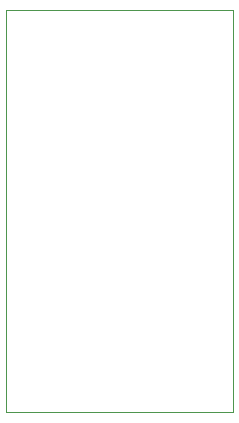
<source format=gbr>
%TF.GenerationSoftware,KiCad,Pcbnew,7.0.6-0*%
%TF.CreationDate,2023-10-30T11:37:55+11:00*%
%TF.ProjectId,controllino-can,636f6e74-726f-46c6-9c69-6e6f2d63616e,rev?*%
%TF.SameCoordinates,Original*%
%TF.FileFunction,Profile,NP*%
%FSLAX46Y46*%
G04 Gerber Fmt 4.6, Leading zero omitted, Abs format (unit mm)*
G04 Created by KiCad (PCBNEW 7.0.6-0) date 2023-10-30 11:37:55*
%MOMM*%
%LPD*%
G01*
G04 APERTURE LIST*
%TA.AperFunction,Profile*%
%ADD10C,0.100000*%
%TD*%
G04 APERTURE END LIST*
D10*
X63373000Y-40005000D02*
X82550000Y-40005000D01*
X82550000Y-74041000D01*
X63373000Y-74041000D01*
X63373000Y-40005000D01*
M02*

</source>
